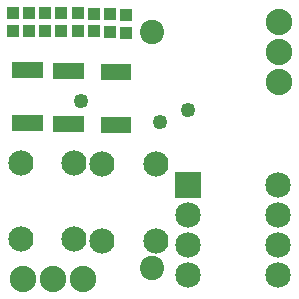
<source format=gts>
G04 MADE WITH FRITZING*
G04 WWW.FRITZING.ORG*
G04 DOUBLE SIDED*
G04 HOLES PLATED*
G04 CONTOUR ON CENTER OF CONTOUR VECTOR*
%ASAXBY*%
%FSLAX23Y23*%
%MOIN*%
%OFA0B0*%
%SFA1.0B1.0*%
%ADD10C,0.081181*%
%ADD11C,0.085000*%
%ADD12C,0.088000*%
%ADD13C,0.084000*%
%ADD14C,0.049370*%
%ADD15R,0.085000X0.085000*%
%ADD16R,0.025748X0.053307*%
%ADD17R,0.041496X0.041496*%
%LNMASK1*%
G90*
G70*
G54D10*
X495Y95D03*
X495Y882D03*
X495Y95D03*
X495Y882D03*
X495Y95D03*
X495Y882D03*
G54D11*
X614Y372D03*
X914Y372D03*
X614Y272D03*
X914Y272D03*
X614Y172D03*
X914Y172D03*
X614Y72D03*
X914Y72D03*
G54D12*
X917Y918D03*
X917Y818D03*
X917Y718D03*
G54D13*
X235Y448D03*
X235Y192D03*
X57Y448D03*
X57Y192D03*
X235Y448D03*
X235Y192D03*
X57Y448D03*
X57Y192D03*
X506Y444D03*
X506Y188D03*
X328Y444D03*
X328Y188D03*
X506Y444D03*
X506Y188D03*
X328Y444D03*
X328Y188D03*
G54D12*
X64Y61D03*
X164Y61D03*
X264Y61D03*
G54D14*
X615Y622D03*
X522Y582D03*
X256Y652D03*
G54D15*
X614Y372D03*
G54D16*
X412Y749D03*
X387Y749D03*
X361Y749D03*
X336Y749D03*
X336Y572D03*
X361Y572D03*
X387Y572D03*
X412Y572D03*
X118Y757D03*
X92Y757D03*
X67Y757D03*
X41Y757D03*
X41Y580D03*
X67Y580D03*
X92Y580D03*
X118Y580D03*
X255Y754D03*
X229Y754D03*
X203Y754D03*
X178Y754D03*
X178Y577D03*
X203Y577D03*
X229Y577D03*
X255Y577D03*
G54D17*
X408Y881D03*
X408Y941D03*
X32Y888D03*
X32Y947D03*
X137Y887D03*
X137Y946D03*
X192Y886D03*
X192Y945D03*
X84Y886D03*
X84Y945D03*
X354Y883D03*
X354Y942D03*
X247Y886D03*
X247Y945D03*
X302Y885D03*
X302Y944D03*
G04 End of Mask1*
M02*
</source>
